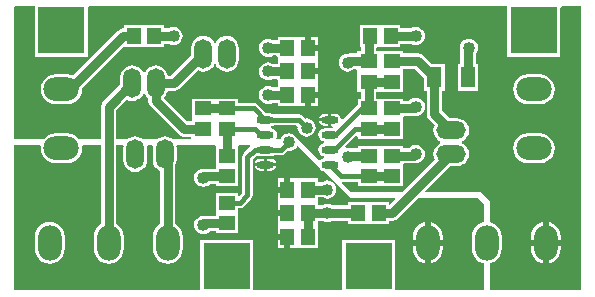
<source format=gtl>
%FSLAX25Y25*%
%MOIN*%
G70*
G01*
G75*
G04 Layer_Physical_Order=1*
G04 Layer_Color=255*
%ADD10R,0.04528X0.05315*%
%ADD11R,0.05315X0.04528*%
%ADD12O,0.05709X0.02362*%
%ADD13R,0.04528X0.05512*%
%ADD14R,0.04921X0.07087*%
%ADD15R,0.05512X0.04528*%
%ADD16C,0.03000*%
%ADD17C,0.01500*%
%ADD18R,0.15748X0.15748*%
%ADD19O,0.07874X0.11811*%
%ADD20O,0.09843X0.05906*%
%ADD21O,0.05906X0.09843*%
%ADD22O,0.11811X0.07874*%
%ADD23C,0.04000*%
G36*
X43791Y64936D02*
X44425Y64110D01*
X44695Y63903D01*
Y62992D01*
X44889Y62017D01*
X45442Y61190D01*
X54792Y51839D01*
X55619Y51287D01*
X56595Y51093D01*
X58910D01*
X59079Y50924D01*
X58927Y50237D01*
X58810Y50197D01*
X52842D01*
X52190Y50697D01*
X51229Y51095D01*
X50197Y51231D01*
X49165Y51095D01*
X48204Y50697D01*
X47552Y50197D01*
X42999D01*
X42348Y50697D01*
X41386Y51095D01*
X40354Y51231D01*
X39323Y51095D01*
X38361Y50697D01*
X37709Y50197D01*
X34045D01*
Y59968D01*
X37502Y63425D01*
X38338Y63078D01*
X39370Y62942D01*
X40402Y63078D01*
X41363Y63477D01*
X42189Y64110D01*
X42823Y64936D01*
X42982Y65321D01*
X43632D01*
X43791Y64936D01*
D02*
G37*
G36*
X136599Y70722D02*
Y66323D01*
X137510D01*
Y58760D01*
X137704Y57784D01*
X138257Y56958D01*
X140196Y55018D01*
X139850Y54181D01*
X139714Y53150D01*
X139850Y52118D01*
X140248Y51156D01*
X140882Y50331D01*
X141707Y49697D01*
X142093Y49537D01*
Y48888D01*
X141707Y48728D01*
X140882Y48095D01*
X140248Y47269D01*
X139850Y46308D01*
X139714Y45276D01*
X139850Y44244D01*
X140196Y43407D01*
X129269Y32480D01*
X112205D01*
X109176Y35509D01*
X109424Y36110D01*
X114453D01*
Y34630D01*
X121768D01*
Y34630D01*
X122228D01*
Y34630D01*
X129740D01*
Y40920D01*
X129740Y41520D01*
Y41635D01*
X130037Y42235D01*
X133366D01*
X133608Y42283D01*
X133858Y42250D01*
X134642Y42353D01*
X135371Y42655D01*
X135998Y43136D01*
X136479Y43763D01*
X136781Y44493D01*
X136884Y45276D01*
X136781Y46059D01*
X136479Y46789D01*
X135998Y47415D01*
X135371Y47896D01*
X134642Y48198D01*
X133858Y48302D01*
X133075Y48198D01*
X132345Y47896D01*
X131719Y47415D01*
X131655Y47333D01*
X129740D01*
Y48047D01*
X122368D01*
X122228Y48047D01*
X121768D01*
X121628Y48047D01*
X114453D01*
Y47333D01*
X111713D01*
X111471Y47284D01*
X111221Y47317D01*
X110654Y47243D01*
X110374Y47811D01*
X113853Y51290D01*
X114453Y51042D01*
Y50378D01*
X121768D01*
Y50378D01*
X122327D01*
Y50378D01*
X129642D01*
Y56668D01*
X129642Y57268D01*
Y57383D01*
X129939Y57983D01*
X133366D01*
X133608Y58031D01*
X133858Y57998D01*
X134642Y58101D01*
X135371Y58403D01*
X135998Y58884D01*
X136479Y59511D01*
X136781Y60241D01*
X136884Y61024D01*
X136781Y61807D01*
X136479Y62537D01*
X135998Y63163D01*
X135371Y63644D01*
X134642Y63946D01*
X133858Y64050D01*
X133075Y63946D01*
X132345Y63644D01*
X131719Y63163D01*
X131655Y63081D01*
X129642D01*
Y63795D01*
X122368D01*
X122327Y63795D01*
X121768D01*
X121727Y63795D01*
X120659D01*
Y66126D01*
X121866D01*
Y66126D01*
X122327D01*
Y66126D01*
X129642D01*
Y72654D01*
X129642D01*
Y73016D01*
X129642D01*
Y73731D01*
X133590D01*
X136599Y70722D01*
D02*
G37*
G36*
X6874Y94488D02*
Y77740D01*
X24622D01*
Y94064D01*
X25046Y94488D01*
X164354Y94488D01*
Y77740D01*
X182102D01*
Y94064D01*
X182527Y94488D01*
X188976D01*
X188976Y424D01*
X188552Y0D01*
X158465D01*
Y8930D01*
X158769Y8970D01*
X159970Y9467D01*
X161002Y10259D01*
X161793Y11290D01*
X162290Y12491D01*
X162460Y13780D01*
Y17717D01*
X162290Y19005D01*
X161793Y20206D01*
X161002Y21238D01*
X159970Y22029D01*
X158769Y22526D01*
X158465Y22567D01*
Y29528D01*
X155512Y32480D01*
X137263D01*
X137033Y33035D01*
X145287Y41289D01*
X147638D01*
X148670Y41425D01*
X149631Y41823D01*
X150457Y42456D01*
X151091Y43282D01*
X151489Y44244D01*
X151625Y45276D01*
X151489Y46308D01*
X151091Y47269D01*
X150457Y48095D01*
X149631Y48728D01*
X149246Y48888D01*
Y49537D01*
X149631Y49697D01*
X150457Y50331D01*
X151091Y51156D01*
X151489Y52118D01*
X151625Y53150D01*
X151489Y54181D01*
X151091Y55143D01*
X150457Y55969D01*
X149631Y56602D01*
X148670Y57001D01*
X147638Y57136D01*
X145287D01*
X142608Y59816D01*
Y66323D01*
X143520D01*
Y75410D01*
X139121D01*
X136448Y78082D01*
X135621Y78635D01*
X134646Y78829D01*
X129642D01*
Y79543D01*
X122466D01*
X122327Y79543D01*
X121866D01*
X121727Y79543D01*
X120659D01*
Y80564D01*
X121083Y80988D01*
X122228Y80988D01*
X122466Y80988D01*
X128756D01*
Y82097D01*
X132252D01*
X132345Y82025D01*
X133075Y81723D01*
X133858Y81620D01*
X134642Y81723D01*
X135371Y82025D01*
X135998Y82506D01*
X136479Y83133D01*
X136781Y83863D01*
X136884Y84646D01*
X136781Y85429D01*
X136479Y86159D01*
X135998Y86785D01*
X135371Y87266D01*
X134642Y87568D01*
X133858Y87672D01*
X133075Y87568D01*
X132345Y87266D01*
X132252Y87195D01*
X128756D01*
Y88303D01*
X122466D01*
X121866Y88303D01*
X121628Y88303D01*
X115339D01*
Y80988D01*
X115561D01*
Y79543D01*
X114354D01*
Y78829D01*
X111713D01*
X111471Y78780D01*
X111221Y78813D01*
X110437Y78710D01*
X109708Y78408D01*
X109081Y77927D01*
X108600Y77300D01*
X108298Y76571D01*
X108195Y75788D01*
X108298Y75004D01*
X108600Y74274D01*
X109081Y73648D01*
X109708Y73167D01*
X110437Y72865D01*
X111221Y72762D01*
X112004Y72865D01*
X112733Y73167D01*
X113360Y73648D01*
X113363Y73651D01*
X113983Y73677D01*
X114354Y73306D01*
X114354Y72654D01*
X114354Y72416D01*
Y66126D01*
X115561D01*
Y63795D01*
X114453D01*
Y61858D01*
X109486Y56891D01*
X108835Y57089D01*
X108756Y57486D01*
X108318Y58141D01*
X107663Y58579D01*
X106890Y58733D01*
X105717D01*
Y56713D01*
Y54693D01*
X105886D01*
X106207Y54093D01*
X106103Y53936D01*
X103543D01*
X102692Y53767D01*
X101971Y53285D01*
X101489Y52564D01*
X101320Y51713D01*
X101489Y50862D01*
X101971Y50140D01*
X102692Y49658D01*
X103394Y49518D01*
Y48907D01*
X102692Y48767D01*
X101971Y48285D01*
X101489Y47564D01*
X101320Y46713D01*
X101489Y45862D01*
X101971Y45140D01*
X102692Y44658D01*
X103394Y44519D01*
Y43907D01*
X102692Y43767D01*
X101971Y43285D01*
X101451Y43234D01*
X94488Y50197D01*
X94375D01*
X94156Y50726D01*
X93675Y51352D01*
X93048Y51833D01*
X92319Y52135D01*
X91536Y52239D01*
X90752Y52135D01*
X90022Y51833D01*
X89396Y51352D01*
X88915Y50726D01*
X88696Y50197D01*
X87680D01*
X87397Y50726D01*
X87488Y50862D01*
X87657Y51713D01*
X87488Y52564D01*
X87006Y53285D01*
X86284Y53767D01*
X85583Y53907D01*
Y54519D01*
X86284Y54658D01*
X86689Y54928D01*
X94036D01*
X94459Y54467D01*
X94415Y54134D01*
X94518Y53351D01*
X94820Y52621D01*
X95301Y51994D01*
X95928Y51513D01*
X96658Y51211D01*
X97441Y51108D01*
X98224Y51211D01*
X98954Y51513D01*
X99581Y51994D01*
X100062Y52621D01*
X100364Y53351D01*
X100467Y54134D01*
X100364Y54917D01*
X100062Y55647D01*
X99581Y56274D01*
X98954Y56754D01*
X98224Y57057D01*
X97441Y57160D01*
X96997Y57101D01*
X96124Y57974D01*
X95545Y58361D01*
X94862Y58497D01*
X86689D01*
X86284Y58767D01*
X85433Y58937D01*
X84059D01*
X81203Y61793D01*
X80624Y62180D01*
X79941Y62316D01*
X74524D01*
Y63795D01*
X67209D01*
Y63795D01*
X66650D01*
Y63795D01*
X59335D01*
Y57268D01*
X59335D01*
Y56906D01*
X59335D01*
Y56191D01*
X57650D01*
X50043Y63798D01*
X50063Y64110D01*
X50697Y64936D01*
X51095Y65897D01*
X51155Y66349D01*
X53150D01*
X54125Y66543D01*
X54952Y67095D01*
X61124Y73267D01*
X61960Y72921D01*
X62992Y72785D01*
X64024Y72921D01*
X64986Y73319D01*
X65811Y73953D01*
X66445Y74778D01*
X66605Y75164D01*
X67254D01*
X67414Y74778D01*
X68047Y73953D01*
X68873Y73319D01*
X69834Y72921D01*
X70866Y72785D01*
X71898Y72921D01*
X72860Y73319D01*
X73685Y73953D01*
X74319Y74778D01*
X74717Y75740D01*
X74853Y76772D01*
Y80709D01*
X74717Y81741D01*
X74319Y82702D01*
X73685Y83528D01*
X72860Y84161D01*
X71898Y84560D01*
X70866Y84696D01*
X69834Y84560D01*
X68873Y84161D01*
X68047Y83528D01*
X67414Y82702D01*
X67254Y82317D01*
X66605D01*
X66445Y82702D01*
X65811Y83528D01*
X64986Y84161D01*
X64024Y84560D01*
X62992Y84696D01*
X61960Y84560D01*
X60999Y84161D01*
X60173Y83528D01*
X59539Y82702D01*
X59141Y81741D01*
X59005Y80709D01*
Y78358D01*
X52094Y71447D01*
X51155D01*
X51095Y71898D01*
X50697Y72860D01*
X50063Y73685D01*
X49238Y74319D01*
X48276Y74717D01*
X47244Y74853D01*
X46212Y74717D01*
X45251Y74319D01*
X44425Y73685D01*
X43791Y72860D01*
X43632Y72474D01*
X42982D01*
X42823Y72860D01*
X42189Y73685D01*
X41363Y74319D01*
X40402Y74717D01*
X39370Y74853D01*
X38338Y74717D01*
X37377Y74319D01*
X36551Y73685D01*
X35917Y72860D01*
X35519Y71898D01*
X35383Y70866D01*
Y68516D01*
X29694Y62826D01*
X29141Y61999D01*
X28947Y61024D01*
Y50197D01*
X21674D01*
X21238Y50765D01*
X20206Y51557D01*
X19005Y52054D01*
X17717Y52224D01*
X13780D01*
X12491Y52054D01*
X11290Y51557D01*
X10259Y50765D01*
X9822Y50197D01*
X0D01*
Y94064D01*
X424Y94488D01*
X6874D01*
D02*
G37*
G36*
X78770Y47828D02*
X76494Y45553D01*
X76108Y44974D01*
X75972Y44291D01*
Y32235D01*
X74924Y31187D01*
X74524Y31353D01*
Y32299D01*
X67209D01*
Y25809D01*
X67209Y25772D01*
Y25409D01*
X67209Y25372D01*
Y24695D01*
X63484D01*
X63242Y24647D01*
X62992Y24679D01*
X62209Y24576D01*
X61479Y24274D01*
X60852Y23793D01*
X60372Y23167D01*
X60069Y22437D01*
X59966Y21654D01*
X60069Y20870D01*
X60372Y20141D01*
X60852Y19514D01*
X61479Y19033D01*
X62209Y18731D01*
X62992Y18628D01*
X63775Y18731D01*
X64505Y19033D01*
X65132Y19514D01*
X65195Y19597D01*
X67209D01*
Y18882D01*
X74524D01*
Y25372D01*
X74524Y25409D01*
Y25772D01*
X74524Y25809D01*
Y27251D01*
X75295D01*
X75978Y27387D01*
X76557Y27774D01*
X79018Y30234D01*
X79018Y30234D01*
X79404Y30813D01*
X79540Y31496D01*
X79540Y31496D01*
Y43552D01*
X80882Y44894D01*
X81236Y44658D01*
X82087Y44489D01*
X85433D01*
X86284Y44658D01*
X86689Y44928D01*
X89035D01*
X89718Y45064D01*
X90297Y45451D01*
X91091Y46245D01*
X91536Y46187D01*
X92319Y46290D01*
X93048Y46592D01*
X93675Y47073D01*
X94156Y47700D01*
X94243Y47908D01*
X94714Y48002D01*
X101398Y41319D01*
X101489Y40862D01*
X101971Y40140D01*
X102692Y39658D01*
X103149Y39567D01*
X112205Y30512D01*
X126778D01*
X126931Y30142D01*
X125219Y28430D01*
X124819Y28596D01*
Y29248D01*
X118329D01*
X118291Y29248D01*
X117929D01*
X117891Y29248D01*
X111402D01*
Y28140D01*
X105937D01*
X105844Y28211D01*
X105114Y28513D01*
X104331Y28616D01*
X103548Y28513D01*
X102818Y28211D01*
X102725Y28140D01*
X101480D01*
X101197Y28422D01*
Y29309D01*
X101197Y29346D01*
Y29709D01*
X101197Y29746D01*
Y30916D01*
X102725D01*
X102818Y30844D01*
X103548Y30542D01*
X104331Y30439D01*
X105114Y30542D01*
X105844Y30844D01*
X106470Y31325D01*
X106951Y31952D01*
X107254Y32682D01*
X107357Y33465D01*
X107254Y34248D01*
X106951Y34978D01*
X106470Y35604D01*
X105844Y36085D01*
X105114Y36387D01*
X104331Y36490D01*
X103548Y36387D01*
X102818Y36085D01*
X102725Y36014D01*
X101197D01*
Y37220D01*
X94707D01*
X94669Y37220D01*
X94307D01*
X94269Y37220D01*
X92043D01*
Y33465D01*
X91043D01*
Y32465D01*
X87780D01*
Y29746D01*
X87780Y29709D01*
Y29346D01*
X87780Y29309D01*
Y26591D01*
X91043D01*
Y24591D01*
X87780D01*
Y21872D01*
X87780Y21835D01*
Y21473D01*
X87780Y21435D01*
Y18717D01*
X91043D01*
Y17717D01*
X92043D01*
Y13961D01*
X94269D01*
X94307Y13961D01*
X94669D01*
X94707Y13961D01*
X101197D01*
Y21473D01*
X101197D01*
Y21835D01*
X101197D01*
Y23042D01*
X102725D01*
X102818Y22970D01*
X103548Y22668D01*
X104331Y22565D01*
X105114Y22668D01*
X105844Y22970D01*
X105937Y23042D01*
X111402D01*
Y21933D01*
X117891D01*
X117929Y21933D01*
X118291D01*
X118329Y21933D01*
X124819D01*
Y23042D01*
X125984D01*
X126960Y23236D01*
X127787Y23788D01*
X134510Y30512D01*
X154528D01*
X156496Y28543D01*
Y22567D01*
X156192Y22526D01*
X154991Y22029D01*
X153959Y21238D01*
X153168Y20206D01*
X152670Y19005D01*
X152501Y17717D01*
Y13780D01*
X152670Y12491D01*
X153168Y11290D01*
X153959Y10259D01*
X154991Y9467D01*
X156192Y8970D01*
X156496Y8930D01*
Y0D01*
X126984D01*
Y16748D01*
X109236D01*
Y0D01*
X79740D01*
Y16748D01*
X61992D01*
Y0D01*
X0D01*
Y48228D01*
X8626D01*
X8890Y47928D01*
X8800Y47244D01*
X8970Y45955D01*
X9467Y44754D01*
X10259Y43723D01*
X11290Y42932D01*
X12491Y42434D01*
X13780Y42265D01*
X17717D01*
X19005Y42434D01*
X20206Y42932D01*
X21238Y43723D01*
X22029Y44754D01*
X22526Y45955D01*
X22696Y47244D01*
X22606Y47928D01*
X22870Y48228D01*
X28947D01*
Y21984D01*
X27975Y21238D01*
X27184Y20206D01*
X26686Y19005D01*
X26517Y17717D01*
Y13780D01*
X26686Y12491D01*
X27184Y11290D01*
X27975Y10259D01*
X29006Y9467D01*
X30207Y8970D01*
X31496Y8800D01*
X32785Y8970D01*
X33986Y9467D01*
X35017Y10259D01*
X35809Y11290D01*
X36306Y12491D01*
X36476Y13780D01*
Y17717D01*
X36306Y19005D01*
X35809Y20206D01*
X35017Y21238D01*
X34045Y21984D01*
Y48228D01*
X36194D01*
X36457Y47928D01*
X36367Y47244D01*
Y43307D01*
X36503Y42275D01*
X36902Y41314D01*
X37535Y40488D01*
X38361Y39854D01*
X39323Y39456D01*
X40354Y39320D01*
X41386Y39456D01*
X42348Y39854D01*
X43174Y40488D01*
X43807Y41314D01*
X44205Y42275D01*
X44341Y43307D01*
Y47244D01*
X44251Y47928D01*
X44515Y48228D01*
X46036D01*
X46300Y47928D01*
X46210Y47244D01*
Y43307D01*
X46346Y42275D01*
X46744Y41314D01*
X47378Y40488D01*
X48204Y39854D01*
X48632Y39677D01*
Y21984D01*
X47660Y21238D01*
X46869Y20206D01*
X46371Y19005D01*
X46202Y17717D01*
Y13780D01*
X46371Y12491D01*
X46869Y11290D01*
X47660Y10259D01*
X48691Y9467D01*
X49892Y8970D01*
X51181Y8800D01*
X52470Y8970D01*
X53671Y9467D01*
X54702Y10259D01*
X55494Y11290D01*
X55991Y12491D01*
X56161Y13780D01*
Y17717D01*
X55991Y19005D01*
X55494Y20206D01*
X54702Y21238D01*
X53730Y21984D01*
Y41508D01*
X54048Y42275D01*
X54184Y43307D01*
Y47244D01*
X54094Y47928D01*
X54357Y48228D01*
X66884D01*
X67209Y48047D01*
Y41557D01*
X67209Y41520D01*
Y41157D01*
X67209Y41120D01*
Y40443D01*
X63484D01*
X63242Y40395D01*
X62992Y40428D01*
X62209Y40324D01*
X61479Y40022D01*
X60852Y39541D01*
X60372Y38915D01*
X60069Y38185D01*
X59966Y37402D01*
X60069Y36619D01*
X60372Y35889D01*
X60852Y35262D01*
X61479Y34781D01*
X62209Y34479D01*
X62992Y34376D01*
X63775Y34479D01*
X64505Y34781D01*
X65132Y35262D01*
X65195Y35345D01*
X67209D01*
Y34630D01*
X74524D01*
Y41120D01*
X74524Y41157D01*
Y41520D01*
X74524Y41557D01*
Y48047D01*
X74849Y48228D01*
X78604D01*
X78770Y47828D01*
D02*
G37*
%LPC*%
G36*
X138795Y22565D02*
Y16748D01*
X142775D01*
Y17717D01*
X142605Y19005D01*
X142108Y20206D01*
X141316Y21238D01*
X140285Y22029D01*
X139084Y22526D01*
X138795Y22565D01*
D02*
G37*
G36*
X176165D02*
X175877Y22526D01*
X174676Y22029D01*
X173644Y21238D01*
X172853Y20206D01*
X172355Y19005D01*
X172186Y17717D01*
Y16748D01*
X176165D01*
Y22565D01*
D02*
G37*
G36*
X83260Y41213D02*
X80166D01*
X80221Y40940D01*
X80658Y40284D01*
X81314Y39847D01*
X82087Y39693D01*
X83260D01*
Y41213D01*
D02*
G37*
G36*
X90043Y37220D02*
X87780D01*
Y34465D01*
X90043D01*
Y37220D01*
D02*
G37*
G36*
X178165Y22565D02*
Y16748D01*
X182145D01*
Y17717D01*
X181975Y19005D01*
X181478Y20206D01*
X180686Y21238D01*
X179655Y22029D01*
X178454Y22526D01*
X178165Y22565D01*
D02*
G37*
G36*
X136795D02*
X136506Y22526D01*
X135306Y22029D01*
X134274Y21238D01*
X133483Y20206D01*
X132985Y19005D01*
X132816Y17717D01*
Y16748D01*
X136795D01*
Y22565D01*
D02*
G37*
G36*
X142775Y14748D02*
X138795D01*
Y8932D01*
X139084Y8970D01*
X140285Y9467D01*
X141316Y10259D01*
X142108Y11290D01*
X142605Y12491D01*
X142775Y13780D01*
Y14748D01*
D02*
G37*
G36*
X136795D02*
X132816D01*
Y13780D01*
X132985Y12491D01*
X133483Y11290D01*
X134274Y10259D01*
X135306Y9467D01*
X136506Y8970D01*
X136795Y8932D01*
Y14748D01*
D02*
G37*
G36*
X11811Y22696D02*
X10522Y22526D01*
X9321Y22029D01*
X8290Y21238D01*
X7499Y20206D01*
X7001Y19005D01*
X6831Y17717D01*
Y13780D01*
X7001Y12491D01*
X7499Y11290D01*
X8290Y10259D01*
X9321Y9467D01*
X10522Y8970D01*
X11811Y8800D01*
X13100Y8970D01*
X14301Y9467D01*
X15332Y10259D01*
X16124Y11290D01*
X16621Y12491D01*
X16791Y13780D01*
Y17717D01*
X16621Y19005D01*
X16124Y20206D01*
X15332Y21238D01*
X14301Y22029D01*
X13100Y22526D01*
X11811Y22696D01*
D02*
G37*
G36*
X90043Y16717D02*
X87780D01*
Y13961D01*
X90043D01*
Y16717D01*
D02*
G37*
G36*
X182145Y14748D02*
X178165D01*
Y8932D01*
X178454Y8970D01*
X179655Y9467D01*
X180686Y10259D01*
X181478Y11290D01*
X181975Y12491D01*
X182145Y13780D01*
Y14748D01*
D02*
G37*
G36*
X176165D02*
X172186D01*
Y13780D01*
X172355Y12491D01*
X172853Y11290D01*
X173644Y10259D01*
X174676Y9467D01*
X175877Y8970D01*
X176165Y8932D01*
Y14748D01*
D02*
G37*
G36*
X151575Y83735D02*
X150792Y83631D01*
X150062Y83329D01*
X149435Y82848D01*
X148954Y82222D01*
X148652Y81492D01*
X148549Y80709D01*
X148652Y79926D01*
X148731Y79736D01*
Y75410D01*
X147819D01*
Y66323D01*
X154740D01*
Y75410D01*
X153829D01*
Y78718D01*
X154195Y79196D01*
X154498Y79926D01*
X154601Y80709D01*
X154498Y81492D01*
X154195Y82222D01*
X153715Y82848D01*
X153088Y83329D01*
X152358Y83631D01*
X151575Y83735D01*
D02*
G37*
G36*
X175197Y71909D02*
X171260D01*
X169971Y71739D01*
X168770Y71242D01*
X167739Y70450D01*
X166947Y69419D01*
X166450Y68218D01*
X166280Y66929D01*
X166450Y65640D01*
X166947Y64439D01*
X167739Y63408D01*
X168770Y62617D01*
X169971Y62119D01*
X171260Y61950D01*
X175197D01*
X176486Y62119D01*
X177687Y62617D01*
X178718Y63408D01*
X179509Y64439D01*
X180007Y65640D01*
X180176Y66929D01*
X180007Y68218D01*
X179509Y69419D01*
X178718Y70450D01*
X177687Y71242D01*
X176486Y71739D01*
X175197Y71909D01*
D02*
G37*
G36*
X101197Y63961D02*
X98933D01*
Y61205D01*
X101197D01*
Y63961D01*
D02*
G37*
G36*
X94307Y84465D02*
X94069Y84465D01*
X87780D01*
Y83258D01*
X86252D01*
X86159Y83329D01*
X85429Y83631D01*
X84646Y83735D01*
X83863Y83631D01*
X83133Y83329D01*
X82506Y82848D01*
X82025Y82222D01*
X81723Y81492D01*
X81620Y80709D01*
X81723Y79926D01*
X82025Y79196D01*
X82506Y78569D01*
X83133Y78088D01*
X83863Y77786D01*
X84646Y77683D01*
X85429Y77786D01*
X86159Y78088D01*
X86252Y78160D01*
X87355D01*
X87780Y77736D01*
X87780Y76591D01*
X87780Y76353D01*
Y75384D01*
X86252D01*
X86159Y75455D01*
X85429Y75757D01*
X84646Y75861D01*
X83863Y75757D01*
X83133Y75455D01*
X82506Y74974D01*
X82025Y74348D01*
X81723Y73618D01*
X81620Y72835D01*
X81723Y72052D01*
X82025Y71322D01*
X82506Y70695D01*
X83133Y70214D01*
X83863Y69912D01*
X84646Y69809D01*
X85429Y69912D01*
X86159Y70214D01*
X86252Y70286D01*
X87355D01*
X87780Y69862D01*
X87780Y68717D01*
X87780Y68479D01*
Y67510D01*
X86252D01*
X86159Y67581D01*
X85429Y67883D01*
X84646Y67987D01*
X83863Y67883D01*
X83133Y67581D01*
X82506Y67100D01*
X82025Y66474D01*
X81723Y65744D01*
X81620Y64961D01*
X81723Y64178D01*
X82025Y63448D01*
X82506Y62821D01*
X83133Y62340D01*
X83863Y62038D01*
X84646Y61935D01*
X85429Y62038D01*
X86159Y62340D01*
X86252Y62412D01*
X87780D01*
Y61205D01*
X94069D01*
X94669Y61205D01*
X94907Y61205D01*
X96933D01*
Y64961D01*
X97933D01*
Y65961D01*
X101197D01*
Y68479D01*
X101197Y69079D01*
X101197Y69317D01*
Y71835D01*
X97933D01*
Y73835D01*
X101197D01*
Y76353D01*
X101197Y76953D01*
X101197Y77191D01*
Y79709D01*
X97933D01*
Y80709D01*
X96933D01*
Y84465D01*
X94907D01*
X94307Y84465D01*
D02*
G37*
G36*
X98933Y84465D02*
Y81709D01*
X101197D01*
Y84465D01*
X98933D01*
D02*
G37*
G36*
X43126Y88303D02*
X42888Y88303D01*
X36599D01*
Y87195D01*
X36417D01*
X35442Y87001D01*
X34615Y86448D01*
X19642Y71475D01*
X19005Y71739D01*
X17717Y71909D01*
X13780D01*
X12491Y71739D01*
X11290Y71242D01*
X10259Y70450D01*
X9467Y69419D01*
X8970Y68218D01*
X8800Y66929D01*
X8970Y65640D01*
X9467Y64439D01*
X10259Y63408D01*
X11290Y62617D01*
X12491Y62119D01*
X13780Y61950D01*
X17717D01*
X19005Y62119D01*
X20206Y62617D01*
X21238Y63408D01*
X22029Y64439D01*
X22526Y65640D01*
X22696Y66929D01*
X22651Y67274D01*
X36105Y80728D01*
X36599Y80988D01*
Y80988D01*
X36599Y80988D01*
X42888D01*
X43488Y80988D01*
X43726Y80988D01*
X50016D01*
Y82097D01*
X51543D01*
X51637Y82025D01*
X52367Y81723D01*
X53150Y81620D01*
X53933Y81723D01*
X54663Y82025D01*
X55289Y82506D01*
X55770Y83133D01*
X56072Y83863D01*
X56176Y84646D01*
X56072Y85429D01*
X55770Y86159D01*
X55289Y86785D01*
X54663Y87266D01*
X53933Y87568D01*
X53150Y87672D01*
X52367Y87568D01*
X51637Y87266D01*
X51543Y87195D01*
X50016D01*
Y88303D01*
X43726D01*
X43126Y88303D01*
D02*
G37*
G36*
X85433Y43733D02*
X84260D01*
Y42213D01*
X87354D01*
X87299Y42486D01*
X86861Y43141D01*
X86206Y43579D01*
X85433Y43733D01*
D02*
G37*
G36*
X83260D02*
X82087D01*
X81314Y43579D01*
X80658Y43141D01*
X80221Y42486D01*
X80166Y42213D01*
X83260D01*
Y43733D01*
D02*
G37*
G36*
X87354Y41213D02*
X84260D01*
Y39693D01*
X85433D01*
X86206Y39847D01*
X86861Y40284D01*
X87299Y40940D01*
X87354Y41213D01*
D02*
G37*
G36*
X104717Y58733D02*
X103543D01*
X102770Y58579D01*
X102115Y58141D01*
X101677Y57486D01*
X101623Y57213D01*
X104717D01*
Y58733D01*
D02*
G37*
G36*
Y56213D02*
X101623D01*
X101677Y55940D01*
X102115Y55284D01*
X102770Y54847D01*
X103543Y54693D01*
X104717D01*
Y56213D01*
D02*
G37*
G36*
X175197Y52224D02*
X171260D01*
X169971Y52054D01*
X168770Y51557D01*
X167739Y50765D01*
X166947Y49734D01*
X166450Y48533D01*
X166280Y47244D01*
X166450Y45955D01*
X166947Y44754D01*
X167739Y43723D01*
X168770Y42932D01*
X169971Y42434D01*
X171260Y42265D01*
X175197D01*
X176486Y42434D01*
X177687Y42932D01*
X178718Y43723D01*
X179509Y44754D01*
X180007Y45955D01*
X180176Y47244D01*
X180007Y48533D01*
X179509Y49734D01*
X178718Y50765D01*
X177687Y51557D01*
X176486Y52054D01*
X175197Y52224D01*
D02*
G37*
%LPD*%
D10*
X114665Y25591D02*
D03*
X121555D02*
D03*
X118602Y84646D02*
D03*
X125492D02*
D03*
X39862D02*
D03*
X46752D02*
D03*
D11*
X125984Y69390D02*
D03*
Y76280D02*
D03*
X118110Y60532D02*
D03*
Y53642D02*
D03*
X125984D02*
D03*
Y60532D02*
D03*
X118110Y37894D02*
D03*
Y44783D02*
D03*
X70866Y53642D02*
D03*
Y60532D02*
D03*
Y37894D02*
D03*
Y44783D02*
D03*
X62992Y53642D02*
D03*
Y60532D02*
D03*
X70866Y29035D02*
D03*
Y22146D02*
D03*
D12*
X105217Y41713D02*
D03*
Y46713D02*
D03*
Y51713D02*
D03*
Y56713D02*
D03*
X83760Y41713D02*
D03*
Y46713D02*
D03*
Y51713D02*
D03*
Y56713D02*
D03*
D13*
X91043Y17717D02*
D03*
X97933D02*
D03*
X91043Y80709D02*
D03*
X97933D02*
D03*
X91043Y25591D02*
D03*
X97933D02*
D03*
X91043Y72835D02*
D03*
X97933D02*
D03*
X91043Y33465D02*
D03*
X97933D02*
D03*
X91043Y64961D02*
D03*
X97933D02*
D03*
D14*
X151280Y70866D02*
D03*
X140059D02*
D03*
D15*
X118110Y69390D02*
D03*
Y76280D02*
D03*
X125984Y44783D02*
D03*
Y37894D02*
D03*
D16*
X36417Y84646D02*
X39862D01*
X18701Y66929D02*
X36417Y84646D01*
X15748Y66929D02*
X18701D01*
X31496Y61024D02*
X39370Y68898D01*
X31496Y15748D02*
Y61024D01*
X53150Y68898D02*
X62992Y78740D01*
X47244Y68898D02*
X53150D01*
X47244Y62992D02*
Y68898D01*
Y62992D02*
X56595Y53642D01*
X62992D01*
X46752Y84646D02*
X53150D01*
X51181Y15748D02*
Y44291D01*
X50197Y45276D02*
X51181Y44291D01*
X118110Y53642D02*
X125984D01*
X118110Y69390D02*
X125984D01*
X118110Y76280D02*
Y84154D01*
X84646Y80709D02*
X91043D01*
X84646Y72835D02*
X91043D01*
X84646Y64961D02*
X91043D01*
X63484Y37894D02*
X70866D01*
X62992Y37402D02*
X63484Y37894D01*
Y22146D02*
X70866D01*
X62992Y21654D02*
X63484Y22146D01*
X97933Y25591D02*
X104331D01*
X125984Y44783D02*
X133366D01*
X133858Y45276D01*
X125984Y60532D02*
X133366D01*
X133858Y61024D01*
X140059Y58760D02*
X145669Y53150D01*
X140059Y58760D02*
Y70866D01*
X125984Y76280D02*
X134646D01*
X140059Y70866D01*
X151280D02*
Y80413D01*
X151575Y80709D01*
X118110Y37894D02*
X125984D01*
X111713Y76280D02*
X118110D01*
Y62992D02*
Y69390D01*
X125492Y84646D02*
X133858D01*
X111713Y44783D02*
X118110D01*
X62992Y60532D02*
X70866D01*
Y44783D02*
Y53642D01*
X97933Y33465D02*
X104331D01*
X97933Y17717D02*
Y25591D01*
X104331D02*
X114665D01*
X121555D02*
X125984D01*
X145669Y45276D01*
D17*
X106831Y51713D02*
X118110Y62992D01*
X105217Y41713D02*
X109036Y37894D01*
X118110D01*
X111221Y75788D02*
X111713Y76280D01*
X80177Y46713D02*
X83760D01*
X77756Y44291D02*
X80177Y46713D01*
X70866Y29035D02*
X75295D01*
X77756Y31496D01*
Y44291D01*
X105217Y51713D02*
X106831D01*
X83760Y46713D02*
X89035D01*
X91536Y49213D01*
X83760Y56713D02*
X94862D01*
X97441Y54134D01*
X111221Y44291D02*
X111713Y44783D01*
X79941Y60532D02*
X83760Y56713D01*
X70866Y60532D02*
X79941D01*
X82146Y51713D02*
X83760D01*
X80217Y53642D02*
X82146Y51713D01*
X70866Y53642D02*
X80217D01*
X113681D02*
X118110D01*
X105217Y46713D02*
X106752D01*
X113681Y53642D01*
D18*
X15748Y86614D02*
D03*
X173228D02*
D03*
X70866Y7874D02*
D03*
X118110D02*
D03*
D19*
X31496Y15748D02*
D03*
X51181D02*
D03*
X11811D02*
D03*
X157480D02*
D03*
X177165D02*
D03*
X137795D02*
D03*
D20*
X145669Y53150D02*
D03*
Y45276D02*
D03*
D21*
X62992Y78740D02*
D03*
X70866D02*
D03*
X39370Y68898D02*
D03*
X47244D02*
D03*
X40354Y45276D02*
D03*
X50197D02*
D03*
D22*
X15748Y47244D02*
D03*
Y66929D02*
D03*
X173228Y47244D02*
D03*
Y66929D02*
D03*
D23*
X53150Y84646D02*
D03*
X84646Y80709D02*
D03*
Y72835D02*
D03*
Y64961D02*
D03*
X62992Y37402D02*
D03*
Y21654D02*
D03*
X104331Y25591D02*
D03*
X133858Y45276D02*
D03*
Y61024D02*
D03*
X151575Y80709D02*
D03*
X111221Y75788D02*
D03*
X133858Y84646D02*
D03*
X97441Y54134D02*
D03*
X91536Y49213D02*
D03*
X111221Y44291D02*
D03*
X104331Y33465D02*
D03*
M02*

</source>
